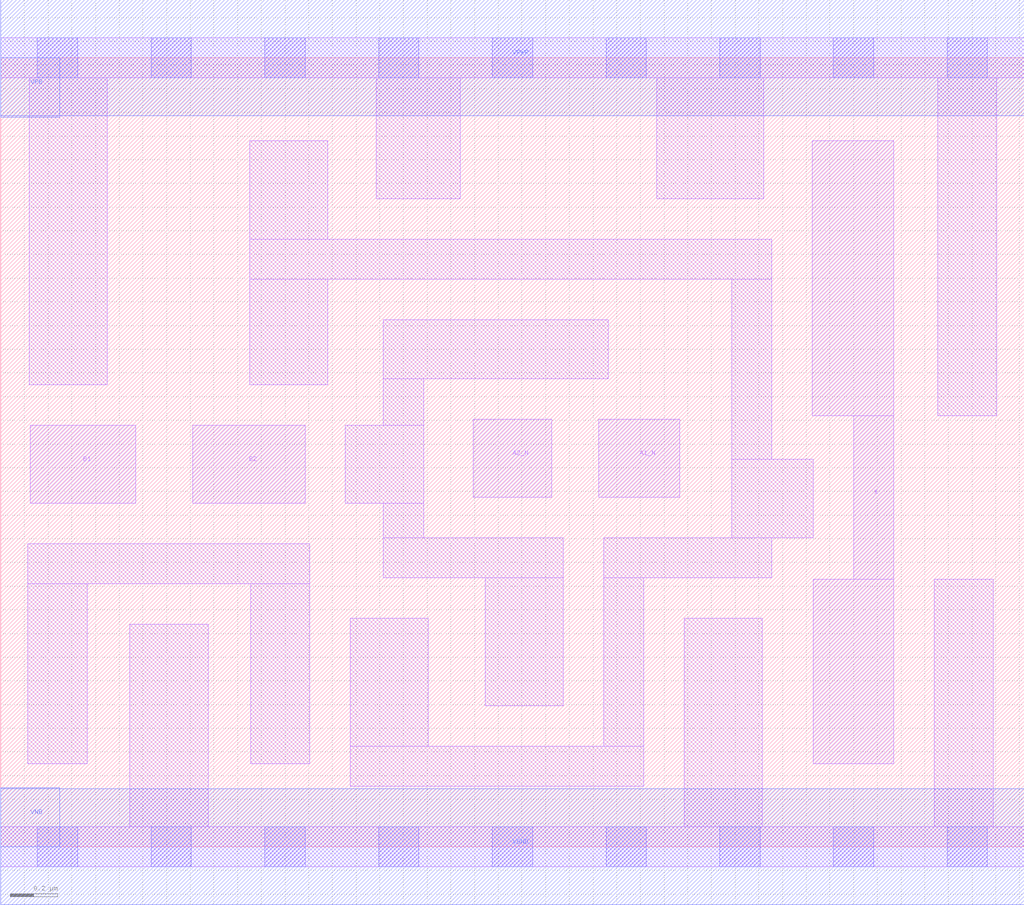
<source format=lef>
# Copyright 2020 The SkyWater PDK Authors
#
# Licensed under the Apache License, Version 2.0 (the "License");
# you may not use this file except in compliance with the License.
# You may obtain a copy of the License at
#
#     https://www.apache.org/licenses/LICENSE-2.0
#
# Unless required by applicable law or agreed to in writing, software
# distributed under the License is distributed on an "AS IS" BASIS,
# WITHOUT WARRANTIES OR CONDITIONS OF ANY KIND, either express or implied.
# See the License for the specific language governing permissions and
# limitations under the License.
#
# SPDX-License-Identifier: Apache-2.0

VERSION 5.5 ;
NAMESCASESENSITIVE ON ;
BUSBITCHARS "[]" ;
DIVIDERCHAR "/" ;
MACRO sky130_fd_sc_hs__o2bb2a_2
  CLASS CORE ;
  SOURCE USER ;
  ORIGIN  0.000000  0.000000 ;
  SIZE  4.320000 BY  3.330000 ;
  SYMMETRY X Y ;
  SITE unit ;
  PIN A1_N
    ANTENNAGATEAREA  0.222000 ;
    DIRECTION INPUT ;
    USE SIGNAL ;
    PORT
      LAYER li1 ;
        RECT 2.525000 1.475000 2.865000 1.805000 ;
    END
  END A1_N
  PIN A2_N
    ANTENNAGATEAREA  0.222000 ;
    DIRECTION INPUT ;
    USE SIGNAL ;
    PORT
      LAYER li1 ;
        RECT 1.995000 1.475000 2.325000 1.805000 ;
    END
  END A2_N
  PIN B1
    ANTENNAGATEAREA  0.261000 ;
    DIRECTION INPUT ;
    USE SIGNAL ;
    PORT
      LAYER li1 ;
        RECT 0.125000 1.450000 0.570000 1.780000 ;
    END
  END B1
  PIN B2
    ANTENNAGATEAREA  0.261000 ;
    DIRECTION INPUT ;
    USE SIGNAL ;
    PORT
      LAYER li1 ;
        RECT 0.810000 1.450000 1.285000 1.780000 ;
    END
  END B2
  PIN X
    ANTENNADIFFAREA  0.543200 ;
    DIRECTION OUTPUT ;
    USE SIGNAL ;
    PORT
      LAYER li1 ;
        RECT 3.425000 1.820000 3.770000 2.980000 ;
        RECT 3.430000 0.350000 3.770000 1.130000 ;
        RECT 3.600000 1.130000 3.770000 1.820000 ;
    END
  END X
  PIN VGND
    DIRECTION INOUT ;
    USE GROUND ;
    PORT
      LAYER met1 ;
        RECT 0.000000 -0.245000 4.320000 0.245000 ;
    END
  END VGND
  PIN VNB
    DIRECTION INOUT ;
    USE GROUND ;
    PORT
      LAYER met1 ;
        RECT 0.000000 0.000000 0.250000 0.250000 ;
    END
  END VNB
  PIN VPB
    DIRECTION INOUT ;
    USE POWER ;
    PORT
      LAYER met1 ;
        RECT 0.000000 3.080000 0.250000 3.330000 ;
    END
  END VPB
  PIN VPWR
    DIRECTION INOUT ;
    USE POWER ;
    PORT
      LAYER met1 ;
        RECT 0.000000 3.085000 4.320000 3.575000 ;
    END
  END VPWR
  OBS
    LAYER li1 ;
      RECT 0.000000 -0.085000 4.320000 0.085000 ;
      RECT 0.000000  3.245000 4.320000 3.415000 ;
      RECT 0.115000  0.350000 0.365000 1.110000 ;
      RECT 0.115000  1.110000 1.305000 1.280000 ;
      RECT 0.120000  1.950000 0.450000 3.245000 ;
      RECT 0.545000  0.085000 0.875000 0.940000 ;
      RECT 1.050000  1.950000 1.380000 2.395000 ;
      RECT 1.050000  2.395000 3.255000 2.565000 ;
      RECT 1.050000  2.565000 1.380000 2.980000 ;
      RECT 1.055000  0.350000 1.305000 1.110000 ;
      RECT 1.455000  1.450000 1.785000 1.780000 ;
      RECT 1.475000  0.255000 2.715000 0.425000 ;
      RECT 1.475000  0.425000 1.805000 0.965000 ;
      RECT 1.585000  2.735000 1.940000 3.245000 ;
      RECT 1.615000  1.135000 2.375000 1.305000 ;
      RECT 1.615000  1.305000 1.785000 1.450000 ;
      RECT 1.615000  1.780000 1.785000 1.975000 ;
      RECT 1.615000  1.975000 2.565000 2.225000 ;
      RECT 2.045000  0.595000 2.375000 1.135000 ;
      RECT 2.545000  0.425000 2.715000 1.135000 ;
      RECT 2.545000  1.135000 3.255000 1.305000 ;
      RECT 2.770000  2.735000 3.220000 3.245000 ;
      RECT 2.885000  0.085000 3.215000 0.965000 ;
      RECT 3.085000  1.305000 3.430000 1.635000 ;
      RECT 3.085000  1.635000 3.255000 2.395000 ;
      RECT 3.940000  0.085000 4.190000 1.130000 ;
      RECT 3.955000  1.820000 4.205000 3.245000 ;
    LAYER mcon ;
      RECT 0.155000 -0.085000 0.325000 0.085000 ;
      RECT 0.155000  3.245000 0.325000 3.415000 ;
      RECT 0.635000 -0.085000 0.805000 0.085000 ;
      RECT 0.635000  3.245000 0.805000 3.415000 ;
      RECT 1.115000 -0.085000 1.285000 0.085000 ;
      RECT 1.115000  3.245000 1.285000 3.415000 ;
      RECT 1.595000 -0.085000 1.765000 0.085000 ;
      RECT 1.595000  3.245000 1.765000 3.415000 ;
      RECT 2.075000 -0.085000 2.245000 0.085000 ;
      RECT 2.075000  3.245000 2.245000 3.415000 ;
      RECT 2.555000 -0.085000 2.725000 0.085000 ;
      RECT 2.555000  3.245000 2.725000 3.415000 ;
      RECT 3.035000 -0.085000 3.205000 0.085000 ;
      RECT 3.035000  3.245000 3.205000 3.415000 ;
      RECT 3.515000 -0.085000 3.685000 0.085000 ;
      RECT 3.515000  3.245000 3.685000 3.415000 ;
      RECT 3.995000 -0.085000 4.165000 0.085000 ;
      RECT 3.995000  3.245000 4.165000 3.415000 ;
  END
END sky130_fd_sc_hs__o2bb2a_2

</source>
